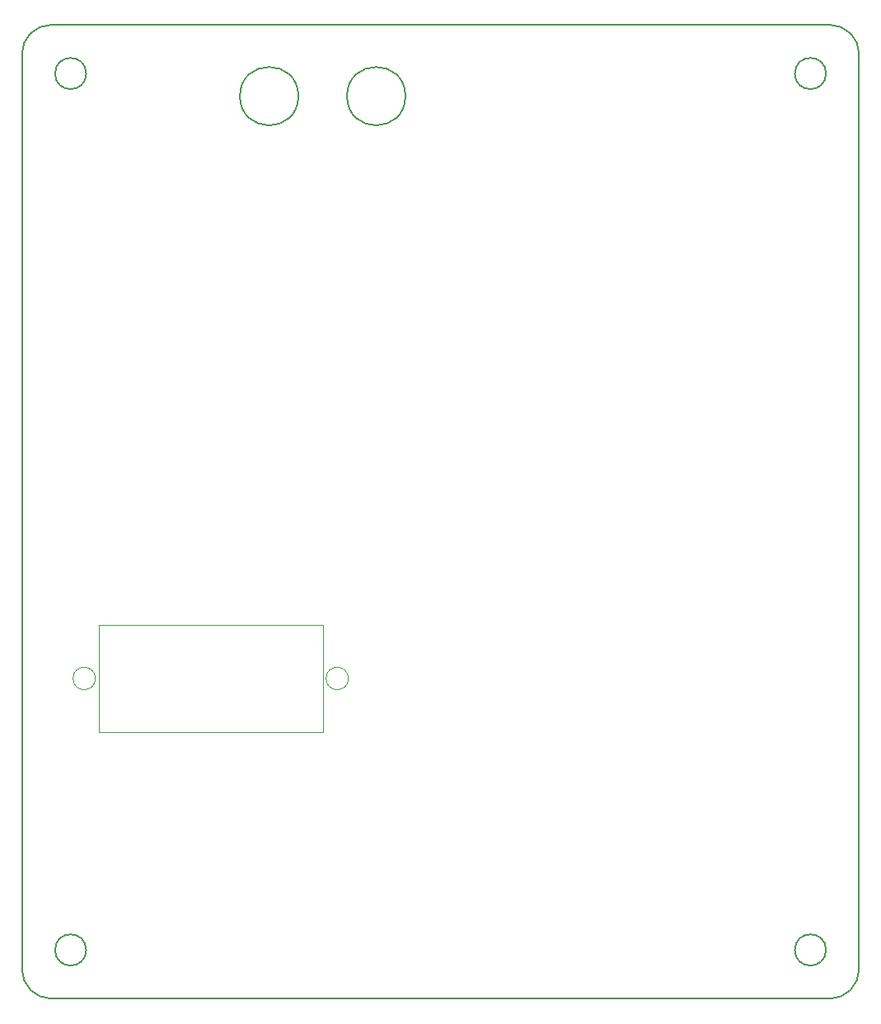
<source format=gbr>
%TF.GenerationSoftware,KiCad,Pcbnew,(6.0.11)*%
%TF.CreationDate,2024-02-29T08:21:51+09:00*%
%TF.ProjectId,LargePW,4c617267-6550-4572-9e6b-696361645f70,rev?*%
%TF.SameCoordinates,Original*%
%TF.FileFunction,Profile,NP*%
%FSLAX46Y46*%
G04 Gerber Fmt 4.6, Leading zero omitted, Abs format (unit mm)*
G04 Created by KiCad (PCBNEW (6.0.11)) date 2024-02-29 08:21:51*
%MOMM*%
%LPD*%
G01*
G04 APERTURE LIST*
%TA.AperFunction,Profile*%
%ADD10C,0.200000*%
%TD*%
%TA.AperFunction,Profile*%
%ADD11C,0.150000*%
%TD*%
%TA.AperFunction,Profile*%
%ADD12C,0.120000*%
%TD*%
G04 APERTURE END LIST*
D10*
X92206788Y-54928310D02*
G75*
G03*
X92206788Y-54928310I-1600000J0D01*
G01*
X171606790Y-52928310D02*
G75*
G03*
X168606787Y-49928310I-2999990J10D01*
G01*
D11*
X114000000Y-57250000D02*
G75*
G03*
X114000000Y-57250000I-3000000J0D01*
G01*
D10*
X88606787Y-149928310D02*
X168606787Y-149928310D01*
X171606787Y-146928310D02*
X171606787Y-52928310D01*
X92206787Y-144928310D02*
G75*
G03*
X92206787Y-144928310I-1600000J0D01*
G01*
X168206787Y-54928310D02*
G75*
G03*
X168206787Y-54928310I-1600000J0D01*
G01*
X168606787Y-49928310D02*
X88606787Y-49928310D01*
X85606790Y-146928310D02*
G75*
G03*
X88606787Y-149928310I3000010J10D01*
G01*
X168206787Y-144928309D02*
G75*
G03*
X168206787Y-144928309I-1600000J0D01*
G01*
X168606787Y-149928287D02*
G75*
G03*
X171606787Y-146928310I13J2999987D01*
G01*
X85606787Y-52928310D02*
X85606788Y-146928310D01*
X88606787Y-49928287D02*
G75*
G03*
X85606787Y-52928310I13J-3000013D01*
G01*
D11*
X125000000Y-57250000D02*
G75*
G03*
X125000000Y-57250000I-3000000J0D01*
G01*
D12*
%TO.C,MES1*%
X116500000Y-111550000D02*
X93500000Y-111550000D01*
X116500000Y-122550000D02*
X116500000Y-119050000D01*
X116500000Y-119050000D02*
X116500000Y-115050000D01*
X93500000Y-119050000D02*
X93500000Y-122550000D01*
X93500000Y-115050000D02*
X93500000Y-119050000D01*
X93500000Y-111550000D02*
X93500000Y-115050000D01*
X116500000Y-115050000D02*
X116500000Y-111550000D01*
X93500000Y-122550000D02*
X116500000Y-122550000D01*
X119150000Y-117050000D02*
G75*
G03*
X119150000Y-117050000I-1150000J0D01*
G01*
X93150000Y-117050000D02*
G75*
G03*
X93150000Y-117050000I-1150000J0D01*
G01*
%TD*%
M02*

</source>
